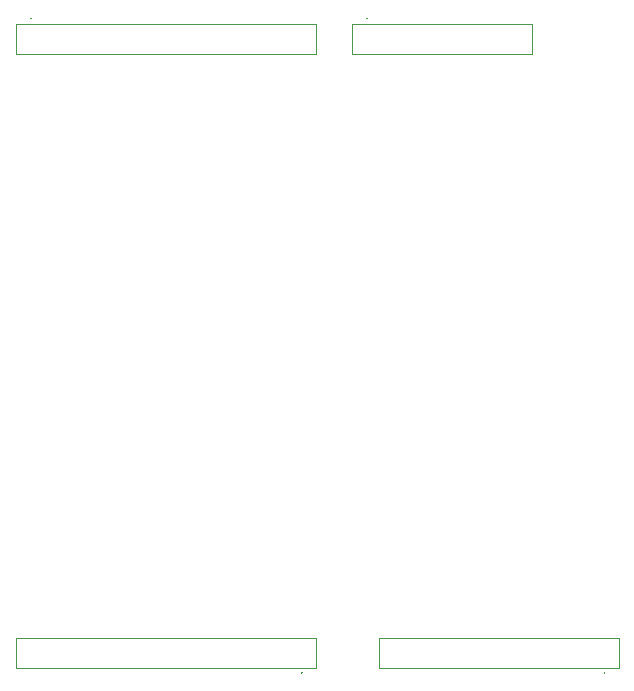
<source format=gbr>
%TF.GenerationSoftware,KiCad,Pcbnew,(6.0.10)*%
%TF.CreationDate,2023-06-21T21:11:52+02:00*%
%TF.ProjectId,FOX-PDA-v1 controller shield,464f582d-5044-4412-9d76-3120636f6e74,rev?*%
%TF.SameCoordinates,Original*%
%TF.FileFunction,Legend,Bot*%
%TF.FilePolarity,Positive*%
%FSLAX46Y46*%
G04 Gerber Fmt 4.6, Leading zero omitted, Abs format (unit mm)*
G04 Created by KiCad (PCBNEW (6.0.10)) date 2023-06-21 21:11:52*
%MOMM*%
%LPD*%
G01*
G04 APERTURE LIST*
%ADD10C,0.100000*%
%ADD11C,0.200000*%
G04 APERTURE END LIST*
D10*
%TO.C,J4*%
X169470000Y-71270000D02*
X169470000Y-68730000D01*
X154230000Y-68730000D02*
X154230000Y-71270000D01*
X154230000Y-71270000D02*
X169470000Y-71270000D01*
X169470000Y-68730000D02*
X154230000Y-68730000D01*
D11*
X155500000Y-68300000D02*
G75*
G03*
X155500000Y-68300000I-50000J0D01*
G01*
D10*
%TO.C,J3*%
X151130000Y-123270000D02*
X151130000Y-120730000D01*
X125730000Y-120730000D02*
X125730000Y-123270000D01*
X125730000Y-123270000D02*
X151130000Y-123270000D01*
X151130000Y-120730000D02*
X125730000Y-120730000D01*
D11*
X149960000Y-123700000D02*
G75*
G03*
X149960000Y-123700000I-50000J0D01*
G01*
D10*
%TO.C,J1*%
X176770000Y-123270000D02*
X176770000Y-120730000D01*
X176770000Y-120730000D02*
X156450000Y-120730000D01*
X156450000Y-120730000D02*
X156450000Y-123270000D01*
X156450000Y-123270000D02*
X176770000Y-123270000D01*
D11*
X175600000Y-123700000D02*
G75*
G03*
X175600000Y-123700000I-50000J0D01*
G01*
D10*
%TO.C,J2*%
X125730000Y-68730000D02*
X125730000Y-71270000D01*
X151130000Y-68730000D02*
X125730000Y-68730000D01*
X151130000Y-71270000D02*
X151130000Y-68730000D01*
X125730000Y-71270000D02*
X151130000Y-71270000D01*
D11*
X127000000Y-68300000D02*
G75*
G03*
X127000000Y-68300000I-50000J0D01*
G01*
%TD*%
M02*

</source>
